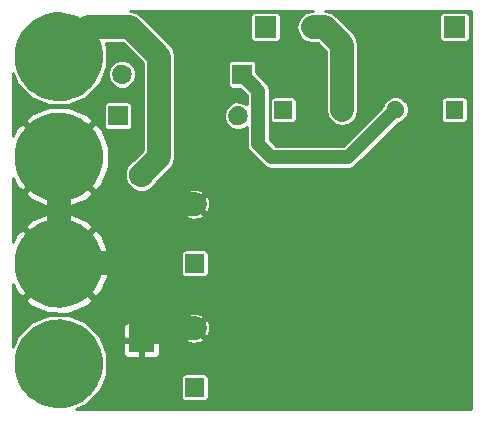
<source format=gbr>
%TF.GenerationSoftware,KiCad,Pcbnew,(5.99.0-8784-g9769da3804)*%
%TF.CreationDate,2021-02-02T16:43:26+01:00*%
%TF.ProjectId,SMPS Inline Filter with M3 holes - YGL92S-A,534d5053-2049-46e6-9c69-6e652046696c,rev?*%
%TF.SameCoordinates,Original*%
%TF.FileFunction,Copper,L2,Bot*%
%TF.FilePolarity,Positive*%
%FSLAX46Y46*%
G04 Gerber Fmt 4.6, Leading zero omitted, Abs format (unit mm)*
G04 Created by KiCad (PCBNEW (5.99.0-8784-g9769da3804)) date 2021-02-02 16:43:26*
%MOMM*%
%LPD*%
G01*
G04 APERTURE LIST*
%TA.AperFunction,NonConductor*%
%ADD10C,0.000000*%
%TD*%
%TA.AperFunction,ViaPad*%
%ADD11C,0.889010*%
%TD*%
%TA.AperFunction,ViaPad*%
%ADD12C,1.193810*%
%TD*%
%TA.AperFunction,ViaPad*%
%ADD13C,0.812810*%
%TD*%
%TA.AperFunction,ViaPad*%
%ADD14C,1.397010*%
%TD*%
%TA.AperFunction,ViaPad*%
%ADD15C,2.387610*%
%TD*%
%TA.AperFunction,ViaPad*%
%ADD16C,0.787410*%
%TD*%
%TA.AperFunction,Conductor*%
%ADD17C,0.250000*%
%TD*%
%TA.AperFunction,Conductor*%
%ADD18C,1.200000*%
%TD*%
%TA.AperFunction,Conductor*%
%ADD19C,2.000000*%
%TD*%
G04 APERTURE END LIST*
D10*
G36*
X134041835Y-104555400D02*
G01*
X134421665Y-104624080D01*
X134792415Y-104731440D01*
X135150165Y-104876350D01*
X135491125Y-105057260D01*
X135811685Y-105272260D01*
X136108445Y-105519070D01*
X136378265Y-105795080D01*
X136618275Y-106097360D01*
X136825955Y-106422720D01*
X136999075Y-106767700D01*
X137135835Y-107128640D01*
X137234755Y-107501730D01*
X137294805Y-107883020D01*
X137315335Y-108268460D01*
X137315345Y-108275000D01*
X137295485Y-108660470D01*
X137236095Y-109041860D01*
X137137825Y-109415120D01*
X137001705Y-109776310D01*
X136829175Y-110121590D01*
X136622075Y-110447300D01*
X136382585Y-110750010D01*
X136113245Y-111026490D01*
X135816925Y-111273820D01*
X135496735Y-111489380D01*
X135156095Y-111670880D01*
X134798595Y-111816410D01*
X134428035Y-111924420D01*
X134048325Y-111993770D01*
X133663505Y-112023710D01*
X133277645Y-112013950D01*
X132894835Y-111964570D01*
X132519125Y-111876100D01*
X132154505Y-111749480D01*
X131804825Y-111586050D01*
X131473805Y-111387550D01*
X131164935Y-111156060D01*
X130881495Y-110894060D01*
X130626495Y-110604300D01*
X130402625Y-110289870D01*
X130212265Y-109954100D01*
X130057425Y-109600530D01*
X129939755Y-109232920D01*
X129860495Y-108855160D01*
X129820485Y-108471260D01*
X129820145Y-108085280D01*
X129859485Y-107701300D01*
X129938095Y-107323410D01*
X130055125Y-106955590D01*
X130209345Y-106601760D01*
X130399115Y-106265650D01*
X130622435Y-105950830D01*
X130876935Y-105660630D01*
X131159905Y-105398130D01*
X131468375Y-105166110D01*
X131799055Y-104967020D01*
X132148445Y-104802990D01*
X132512845Y-104675730D01*
X132888395Y-104586610D01*
X133271125Y-104536560D01*
X133656965Y-104526120D01*
X134041835Y-104555400D01*
G37*
G36*
X145226205Y-102491340D02*
G01*
X145395825Y-102546450D01*
X145549025Y-102637780D01*
X145678185Y-102760770D01*
X145776875Y-102909320D01*
X145840215Y-103076050D01*
X145865035Y-103252660D01*
X145865345Y-103275000D01*
X145845465Y-103452240D01*
X145786815Y-103620670D01*
X145692295Y-103771920D01*
X145566625Y-103898470D01*
X145416045Y-103994040D01*
X145248025Y-104053860D01*
X145070935Y-104074980D01*
X144893555Y-104056340D01*
X144724725Y-103998860D01*
X144572815Y-103905410D01*
X144445385Y-103780620D01*
X144348775Y-103630710D01*
X144287775Y-103463110D01*
X144265425Y-103286170D01*
X144282825Y-103108670D01*
X144339125Y-102939440D01*
X144431515Y-102786880D01*
X144555405Y-102658590D01*
X144704645Y-102560930D01*
X144871805Y-102498760D01*
X145048595Y-102475180D01*
X145226205Y-102491340D01*
G37*
G36*
X140747675Y-99740950D02*
G01*
X140945055Y-99796060D01*
X141127965Y-99888460D01*
X141289445Y-100014620D01*
X141423345Y-100169750D01*
X141524565Y-100347930D01*
X141589255Y-100542370D01*
X141614935Y-100745680D01*
X141615345Y-100775000D01*
X141595345Y-100978950D01*
X141536115Y-101175120D01*
X141439915Y-101356060D01*
X141310395Y-101514870D01*
X141152495Y-101645490D01*
X140972235Y-101742960D01*
X140776475Y-101803550D01*
X140572675Y-101824970D01*
X140368595Y-101806400D01*
X140172005Y-101748540D01*
X139990405Y-101653600D01*
X139830695Y-101525200D01*
X139698975Y-101368220D01*
X139600255Y-101188640D01*
X139538295Y-100993310D01*
X139515445Y-100789660D01*
X139532595Y-100585450D01*
X139589075Y-100388470D01*
X139682755Y-100206210D01*
X139810035Y-100045610D01*
X139966095Y-99912790D01*
X140144975Y-99812820D01*
X140339875Y-99749490D01*
X140543355Y-99725230D01*
X140747675Y-99740950D01*
G37*
G36*
X167815345Y-96025000D02*
G01*
X166315345Y-96025000D01*
X166315345Y-94525000D01*
X167815345Y-94525000D01*
X167815345Y-96025000D01*
G37*
G36*
X134041835Y-95555400D02*
G01*
X134421665Y-95624080D01*
X134792415Y-95731440D01*
X135150165Y-95876350D01*
X135491125Y-96057260D01*
X135811685Y-96272260D01*
X136108445Y-96519070D01*
X136378265Y-96795080D01*
X136618275Y-97097360D01*
X136825955Y-97422720D01*
X136999075Y-97767700D01*
X137135835Y-98128640D01*
X137234755Y-98501730D01*
X137294805Y-98883020D01*
X137315335Y-99268460D01*
X137315345Y-99275000D01*
X137295485Y-99660470D01*
X137236095Y-100041860D01*
X137137825Y-100415120D01*
X137001705Y-100776310D01*
X136829175Y-101121590D01*
X136622075Y-101447300D01*
X136382585Y-101750010D01*
X136113245Y-102026490D01*
X135816925Y-102273820D01*
X135496735Y-102489380D01*
X135156095Y-102670880D01*
X134798595Y-102816410D01*
X134428035Y-102924420D01*
X134048325Y-102993770D01*
X133663505Y-103023710D01*
X133277645Y-103013950D01*
X132894835Y-102964570D01*
X132519125Y-102876100D01*
X132154505Y-102749480D01*
X131804825Y-102586050D01*
X131473805Y-102387550D01*
X131164935Y-102156060D01*
X130881495Y-101894060D01*
X130626495Y-101604300D01*
X130402625Y-101289870D01*
X130212265Y-100954100D01*
X130057425Y-100600530D01*
X129939755Y-100232920D01*
X129860495Y-99855160D01*
X129820485Y-99471260D01*
X129820145Y-99085280D01*
X129859485Y-98701300D01*
X129938095Y-98323410D01*
X130055125Y-97955590D01*
X130209345Y-97601760D01*
X130399115Y-97265650D01*
X130622435Y-96950830D01*
X130876935Y-96660630D01*
X131159905Y-96398130D01*
X131468375Y-96166110D01*
X131799055Y-95967020D01*
X132148445Y-95802990D01*
X132512845Y-95675730D01*
X132888395Y-95586610D01*
X133271125Y-95536560D01*
X133656965Y-95526120D01*
X134041835Y-95555400D01*
G37*
G36*
X145865345Y-109075000D02*
G01*
X144265345Y-109075000D01*
X144265345Y-107475000D01*
X145865345Y-107475000D01*
X145865345Y-109075000D01*
G37*
G36*
X134041835Y-87055400D02*
G01*
X134421665Y-87124080D01*
X134792415Y-87231440D01*
X135150165Y-87376350D01*
X135491125Y-87557260D01*
X135811685Y-87772260D01*
X136108445Y-88019070D01*
X136378265Y-88295080D01*
X136618275Y-88597360D01*
X136825955Y-88922720D01*
X136999075Y-89267700D01*
X137135835Y-89628640D01*
X137234755Y-90001730D01*
X137294805Y-90383020D01*
X137315335Y-90768460D01*
X137315345Y-90775000D01*
X137295485Y-91160470D01*
X137236095Y-91541860D01*
X137137825Y-91915120D01*
X137001705Y-92276310D01*
X136829175Y-92621590D01*
X136622075Y-92947300D01*
X136382585Y-93250010D01*
X136113245Y-93526490D01*
X135816925Y-93773820D01*
X135496735Y-93989380D01*
X135156095Y-94170880D01*
X134798595Y-94316410D01*
X134428035Y-94424420D01*
X134048325Y-94493770D01*
X133663505Y-94523710D01*
X133277645Y-94513950D01*
X132894835Y-94464570D01*
X132519125Y-94376100D01*
X132154505Y-94249480D01*
X131804825Y-94086050D01*
X131473805Y-93887550D01*
X131164935Y-93656060D01*
X130881495Y-93394060D01*
X130626495Y-93104300D01*
X130402625Y-92789870D01*
X130212265Y-92454100D01*
X130057425Y-92100530D01*
X129939755Y-91732920D01*
X129860495Y-91355160D01*
X129820485Y-90971260D01*
X129820145Y-90585280D01*
X129859485Y-90201300D01*
X129938095Y-89823410D01*
X130055125Y-89455590D01*
X130209345Y-89101760D01*
X130399115Y-88765650D01*
X130622435Y-88450830D01*
X130876935Y-88160630D01*
X131159905Y-87898130D01*
X131468375Y-87666110D01*
X131799055Y-87467020D01*
X132148445Y-87302990D01*
X132512845Y-87175730D01*
X132888395Y-87086610D01*
X133271125Y-87036560D01*
X133656965Y-87026120D01*
X134041835Y-87055400D01*
G37*
G36*
X145865345Y-119575000D02*
G01*
X144265345Y-119575000D01*
X144265345Y-117975000D01*
X145865345Y-117975000D01*
X145865345Y-119575000D01*
G37*
G36*
X137533545Y-117975000D02*
G01*
X143882995Y-117975000D01*
X143882995Y-119575000D01*
X143909145Y-119713970D01*
X143991275Y-119841600D01*
X144116595Y-119927220D01*
X144265345Y-119957350D01*
X145865345Y-119957350D01*
X146004315Y-119931200D01*
X146131945Y-119849070D01*
X146217565Y-119723750D01*
X146247695Y-119575000D01*
X146247695Y-117975000D01*
X146221545Y-117836030D01*
X146139415Y-117708400D01*
X146014095Y-117622780D01*
X145865345Y-117592650D01*
X144265345Y-117592650D01*
X144126375Y-117618800D01*
X143998745Y-117700930D01*
X143913125Y-117826250D01*
X143882995Y-117975000D01*
X137533545Y-117975000D01*
X137689625Y-117599110D01*
X137691065Y-115958090D01*
X137677665Y-115925650D01*
X137307785Y-115030500D01*
X139009345Y-115030500D01*
X139009345Y-115925650D01*
X139086375Y-116111630D01*
X139228715Y-116253970D01*
X139414695Y-116331000D01*
X140309845Y-116331000D01*
X140436345Y-116204500D01*
X140436345Y-114904000D01*
X140694345Y-114904000D01*
X140694345Y-116204500D01*
X140820845Y-116331000D01*
X141715995Y-116331000D01*
X141901975Y-116253970D01*
X142044315Y-116111630D01*
X142121345Y-115925650D01*
X142121345Y-115030500D01*
X141994845Y-114904000D01*
X140694345Y-114904000D01*
X140436345Y-114904000D01*
X139135845Y-114904000D01*
X139009345Y-115030500D01*
X137307785Y-115030500D01*
X137176785Y-114713450D01*
X144309335Y-114713450D01*
X144390705Y-114923030D01*
X144881395Y-115093820D01*
X145400085Y-115063830D01*
X145739985Y-114923030D01*
X145821355Y-114713450D01*
X145065345Y-113957430D01*
X144309335Y-114713450D01*
X137176785Y-114713450D01*
X137096645Y-114519500D01*
X137064385Y-114441430D01*
X136248735Y-113624350D01*
X139009345Y-113624350D01*
X139009345Y-114519500D01*
X139135845Y-114646000D01*
X140436345Y-114646000D01*
X140436345Y-113345500D01*
X140694345Y-113345500D01*
X140694345Y-114646000D01*
X141994845Y-114646000D01*
X142121345Y-114519500D01*
X142121345Y-113624350D01*
X142107555Y-113591050D01*
X143746525Y-113591050D01*
X143776515Y-114109740D01*
X143917315Y-114449640D01*
X144126905Y-114531010D01*
X144882915Y-113775000D01*
X145247775Y-113775000D01*
X146003795Y-114531010D01*
X146213375Y-114449640D01*
X146384165Y-113958960D01*
X146354175Y-113440260D01*
X146213375Y-113100360D01*
X146003795Y-113018990D01*
X145247775Y-113775000D01*
X144882915Y-113775000D01*
X144126905Y-113018990D01*
X143917315Y-113100360D01*
X143746525Y-113591050D01*
X142107555Y-113591050D01*
X142044315Y-113438370D01*
X141901975Y-113296030D01*
X141715995Y-113219000D01*
X140820845Y-113219000D01*
X140694345Y-113345500D01*
X140436345Y-113345500D01*
X140309845Y-113219000D01*
X139414695Y-113219000D01*
X139228715Y-113296030D01*
X139086375Y-113438370D01*
X139009345Y-113624350D01*
X136248735Y-113624350D01*
X135905025Y-113280030D01*
X134837005Y-112836560D01*
X144309335Y-112836560D01*
X145065345Y-113592570D01*
X145821355Y-112836560D01*
X145739985Y-112626970D01*
X145249305Y-112456180D01*
X144730605Y-112486170D01*
X144390705Y-112626970D01*
X144309335Y-112836560D01*
X134837005Y-112836560D01*
X134389455Y-112650720D01*
X132748435Y-112649290D01*
X131231775Y-113275960D01*
X130070375Y-114435320D01*
X129690345Y-115350550D01*
X129690345Y-111343780D01*
X130679005Y-111343780D01*
X131120215Y-111859910D01*
X132678225Y-112522730D01*
X134371285Y-112538880D01*
X135941655Y-111905890D01*
X136010475Y-111859910D01*
X136451685Y-111343780D01*
X133565345Y-108457430D01*
X130679005Y-111343780D01*
X129690345Y-111343780D01*
X129690345Y-110045710D01*
X129934455Y-110651310D01*
X129980445Y-110720130D01*
X130496565Y-111161340D01*
X133382915Y-108275000D01*
X133747775Y-108275000D01*
X136634125Y-111161340D01*
X137150255Y-110720130D01*
X137813075Y-109162130D01*
X137813905Y-109075000D01*
X137829165Y-107475000D01*
X143882995Y-107475000D01*
X143882995Y-109075000D01*
X143909145Y-109213970D01*
X143991275Y-109341600D01*
X144116595Y-109427220D01*
X144265345Y-109457350D01*
X145865345Y-109457350D01*
X146004315Y-109431200D01*
X146131945Y-109349070D01*
X146217565Y-109223750D01*
X146247695Y-109075000D01*
X146247695Y-107475000D01*
X146221545Y-107336030D01*
X146139415Y-107208400D01*
X146014095Y-107122780D01*
X145865345Y-107092650D01*
X144265345Y-107092650D01*
X144126375Y-107118800D01*
X143998745Y-107200930D01*
X143913125Y-107326250D01*
X143882995Y-107475000D01*
X137829165Y-107475000D01*
X137829225Y-107469060D01*
X137196235Y-105898690D01*
X137150255Y-105829870D01*
X136634125Y-105388660D01*
X133747775Y-108275000D01*
X133382915Y-108275000D01*
X130496565Y-105388660D01*
X129980445Y-105829870D01*
X129690345Y-106511750D01*
X129690345Y-105206220D01*
X130679005Y-105206220D01*
X133565345Y-108092570D01*
X136451685Y-105206220D01*
X136010475Y-104690100D01*
X134890085Y-104213450D01*
X144309335Y-104213450D01*
X144390705Y-104423030D01*
X144881395Y-104593820D01*
X145400085Y-104563830D01*
X145739985Y-104423030D01*
X145821355Y-104213450D01*
X145065345Y-103457430D01*
X144309335Y-104213450D01*
X134890085Y-104213450D01*
X134452475Y-104027270D01*
X132759405Y-104011120D01*
X131189035Y-104644110D01*
X131120215Y-104690100D01*
X130679005Y-105206220D01*
X129690345Y-105206220D01*
X129690345Y-102343780D01*
X130679005Y-102343780D01*
X131120215Y-102859910D01*
X132678225Y-103522730D01*
X134371285Y-103538880D01*
X135482315Y-103091050D01*
X143746525Y-103091050D01*
X143776515Y-103609740D01*
X143917315Y-103949640D01*
X144126905Y-104031010D01*
X144882915Y-103275000D01*
X145247775Y-103275000D01*
X146003795Y-104031010D01*
X146213375Y-103949640D01*
X146384165Y-103458960D01*
X146354175Y-102940260D01*
X146213375Y-102600360D01*
X146003795Y-102518990D01*
X145247775Y-103275000D01*
X144882915Y-103275000D01*
X144126905Y-102518990D01*
X143917315Y-102600360D01*
X143746525Y-103091050D01*
X135482315Y-103091050D01*
X135941655Y-102905890D01*
X136010475Y-102859910D01*
X136451685Y-102343780D01*
X136444465Y-102336560D01*
X144309335Y-102336560D01*
X145065345Y-103092570D01*
X145821355Y-102336560D01*
X145739985Y-102126970D01*
X145249305Y-101956180D01*
X144730605Y-101986170D01*
X144390705Y-102126970D01*
X144309335Y-102336560D01*
X136444465Y-102336560D01*
X133565345Y-99457430D01*
X130679005Y-102343780D01*
X129690345Y-102343780D01*
X129690345Y-101045710D01*
X129934455Y-101651310D01*
X129980445Y-101720130D01*
X130496565Y-102161340D01*
X133382915Y-99275000D01*
X133747775Y-99275000D01*
X136634125Y-102161340D01*
X137150255Y-101720130D01*
X137813075Y-100162130D01*
X137829225Y-98469060D01*
X137196235Y-96898690D01*
X137150255Y-96829870D01*
X136881935Y-96600500D01*
X136634125Y-96388660D01*
X133747775Y-99275000D01*
X133382915Y-99275000D01*
X130496565Y-96388660D01*
X129980445Y-96829870D01*
X129690345Y-97511750D01*
X129690345Y-96206220D01*
X130679005Y-96206220D01*
X133565345Y-99092570D01*
X136451685Y-96206220D01*
X136010475Y-95690100D01*
X134452475Y-95027270D01*
X132759405Y-95011120D01*
X131189035Y-95644110D01*
X131120215Y-95690100D01*
X130679005Y-96206220D01*
X129690345Y-96206220D01*
X129690345Y-94949500D01*
X137357495Y-94949500D01*
X137357495Y-96600500D01*
X137383645Y-96739470D01*
X137465775Y-96867100D01*
X137591095Y-96952720D01*
X137739845Y-96982850D01*
X139390845Y-96982850D01*
X139529815Y-96956700D01*
X139657445Y-96874570D01*
X139743065Y-96749250D01*
X139773195Y-96600500D01*
X139773195Y-94949500D01*
X139747045Y-94810530D01*
X139664915Y-94682900D01*
X139539595Y-94597280D01*
X139390845Y-94567150D01*
X137739845Y-94567150D01*
X137600875Y-94593300D01*
X137473245Y-94675430D01*
X137387625Y-94800750D01*
X137357495Y-94949500D01*
X129690345Y-94949500D01*
X129690345Y-92198690D01*
X130066305Y-93108570D01*
X131225665Y-94269970D01*
X132741235Y-94899280D01*
X134382255Y-94900720D01*
X135898915Y-94274040D01*
X137060315Y-93114680D01*
X137310255Y-92512750D01*
X137704635Y-92512750D01*
X137887015Y-92954140D01*
X138224425Y-93292140D01*
X138665505Y-93475290D01*
X139143095Y-93475710D01*
X139584485Y-93293330D01*
X139922485Y-92955920D01*
X140105635Y-92514840D01*
X140106055Y-92037250D01*
X139923675Y-91595860D01*
X139586265Y-91257860D01*
X139145185Y-91074710D01*
X138667595Y-91074290D01*
X138226205Y-91256670D01*
X137888205Y-91594080D01*
X137705055Y-92035160D01*
X137704635Y-92512750D01*
X137310255Y-92512750D01*
X137689625Y-91599110D01*
X137691065Y-89958090D01*
X137563765Y-89650000D01*
X138995805Y-89650000D01*
X140690345Y-91344540D01*
X140690345Y-98705460D01*
X139879105Y-99516700D01*
X139759205Y-99566240D01*
X139357995Y-99966750D01*
X139140595Y-100490310D01*
X139140095Y-101057210D01*
X139356585Y-101581140D01*
X139757095Y-101982350D01*
X140280655Y-102199750D01*
X140847555Y-102200250D01*
X141371485Y-101983760D01*
X141772695Y-101583250D01*
X141823155Y-101461740D01*
X143037615Y-100247270D01*
X143335675Y-99801190D01*
X143440345Y-99275000D01*
X143440345Y-96012750D01*
X147524635Y-96012750D01*
X147707015Y-96454140D01*
X148044425Y-96792140D01*
X148485505Y-96975290D01*
X148963095Y-96975710D01*
X149404485Y-96793330D01*
X149466145Y-96731780D01*
X149466145Y-98150800D01*
X149540365Y-98523920D01*
X149751715Y-98840230D01*
X150875915Y-99964430D01*
X151192225Y-100175780D01*
X151565345Y-100250000D01*
X158065345Y-100250000D01*
X158438465Y-100175780D01*
X158754775Y-99964430D01*
X162340745Y-96378460D01*
X162701775Y-96229290D01*
X162906415Y-96025000D01*
X163018515Y-95913090D01*
X163190145Y-95499760D01*
X163190545Y-95052210D01*
X163019635Y-94638570D01*
X162906255Y-94525000D01*
X165932995Y-94525000D01*
X165932995Y-96025000D01*
X165959145Y-96163970D01*
X166041275Y-96291600D01*
X166166595Y-96377220D01*
X166315345Y-96407350D01*
X167815345Y-96407350D01*
X167954315Y-96381200D01*
X168081945Y-96299070D01*
X168167565Y-96173750D01*
X168197695Y-96025000D01*
X168197695Y-94525000D01*
X168171545Y-94386030D01*
X168089415Y-94258400D01*
X167964095Y-94172780D01*
X167815345Y-94142650D01*
X166315345Y-94142650D01*
X166176375Y-94168800D01*
X166048745Y-94250930D01*
X165963125Y-94376250D01*
X165932995Y-94525000D01*
X162906255Y-94525000D01*
X162703435Y-94321830D01*
X162290105Y-94150200D01*
X161842555Y-94149810D01*
X161428915Y-94320720D01*
X161112175Y-94636910D01*
X160961345Y-95000140D01*
X157661485Y-98300000D01*
X151969205Y-98300000D01*
X151416145Y-97746940D01*
X151416145Y-94525000D01*
X151432995Y-94525000D01*
X151432995Y-96025000D01*
X151459145Y-96163970D01*
X151541275Y-96291600D01*
X151666595Y-96377220D01*
X151815345Y-96407350D01*
X153315345Y-96407350D01*
X153454315Y-96381200D01*
X153581945Y-96299070D01*
X153667565Y-96173750D01*
X153697695Y-96025000D01*
X153697695Y-94525000D01*
X153671545Y-94386030D01*
X153589415Y-94258400D01*
X153464095Y-94172780D01*
X153315345Y-94142650D01*
X151815345Y-94142650D01*
X151676375Y-94168800D01*
X151548745Y-94250930D01*
X151463125Y-94376250D01*
X151432995Y-94525000D01*
X151416145Y-94525000D01*
X151416145Y-93650800D01*
X151341925Y-93277680D01*
X151130575Y-92961370D01*
X150273195Y-92103990D01*
X150273195Y-91449500D01*
X150247045Y-91310530D01*
X150164915Y-91182900D01*
X150039595Y-91097280D01*
X149890845Y-91067150D01*
X148239845Y-91067150D01*
X148100875Y-91093300D01*
X147973245Y-91175430D01*
X147887625Y-91300750D01*
X147857495Y-91449500D01*
X147857495Y-93100500D01*
X147883645Y-93239470D01*
X147965775Y-93367100D01*
X148091095Y-93452720D01*
X148239845Y-93482850D01*
X148894335Y-93482850D01*
X149466145Y-94054660D01*
X149466145Y-94817850D01*
X149406265Y-94757860D01*
X148965185Y-94574710D01*
X148487595Y-94574290D01*
X148046205Y-94756670D01*
X147708205Y-95094080D01*
X147525055Y-95535160D01*
X147524635Y-96012750D01*
X143440345Y-96012750D01*
X143440345Y-90775000D01*
X143335675Y-90248810D01*
X143037615Y-89802730D01*
X140609885Y-87375000D01*
X149782995Y-87375000D01*
X149782995Y-89175000D01*
X149809145Y-89313970D01*
X149891275Y-89441600D01*
X150016595Y-89527220D01*
X150165345Y-89557350D01*
X151965345Y-89557350D01*
X152104315Y-89531200D01*
X152231945Y-89449070D01*
X152317565Y-89323750D01*
X152347695Y-89175000D01*
X152347695Y-87375000D01*
X152321545Y-87236030D01*
X152239415Y-87108400D01*
X152114095Y-87022780D01*
X151965345Y-86992650D01*
X150165345Y-86992650D01*
X150026375Y-87018800D01*
X149898745Y-87100930D01*
X149813125Y-87226250D01*
X149782995Y-87375000D01*
X140609885Y-87375000D01*
X140537615Y-87302730D01*
X140374115Y-87193480D01*
X140091535Y-87004670D01*
X139565345Y-86900000D01*
X155065345Y-86900000D01*
X154539155Y-87004670D01*
X154093075Y-87302730D01*
X153795015Y-87748810D01*
X153690345Y-88275000D01*
X153795015Y-88801190D01*
X154093075Y-89247270D01*
X154539155Y-89545330D01*
X155065345Y-89650000D01*
X155495805Y-89650000D01*
X156190345Y-90344540D01*
X156190345Y-95275000D01*
X156295015Y-95801190D01*
X156593075Y-96247270D01*
X157039155Y-96545330D01*
X157565345Y-96650000D01*
X158091535Y-96545330D01*
X158537615Y-96247270D01*
X158835675Y-95801190D01*
X158940345Y-95275000D01*
X158940345Y-89775000D01*
X158835675Y-89248810D01*
X158786355Y-89175000D01*
X158537615Y-88802730D01*
X157109885Y-87375000D01*
X165782995Y-87375000D01*
X165782995Y-89175000D01*
X165809145Y-89313970D01*
X165891275Y-89441600D01*
X166016595Y-89527220D01*
X166165345Y-89557350D01*
X167965345Y-89557350D01*
X168104315Y-89531200D01*
X168231945Y-89449070D01*
X168317565Y-89323750D01*
X168347695Y-89175000D01*
X168347695Y-87375000D01*
X168321545Y-87236030D01*
X168239415Y-87108400D01*
X168114095Y-87022780D01*
X167965345Y-86992650D01*
X166165345Y-86992650D01*
X166026375Y-87018800D01*
X165898745Y-87100930D01*
X165813125Y-87226250D01*
X165782995Y-87375000D01*
X157109885Y-87375000D01*
X157037615Y-87302730D01*
X156874115Y-87193480D01*
X156591535Y-87004670D01*
X156065345Y-86900000D01*
X168440345Y-86900000D01*
X168440345Y-120650000D01*
X134989035Y-120650000D01*
X135898915Y-120274040D01*
X136599185Y-119575000D01*
X137060315Y-119114680D01*
X137533545Y-117975000D01*
G37*
G36*
X162186545Y-94534860D02*
G01*
X162353565Y-94582590D01*
X162505125Y-94667470D01*
X162633095Y-94784930D01*
X162730605Y-94928690D01*
X162792425Y-95091020D01*
X162815255Y-95263220D01*
X162815345Y-95275000D01*
X162795225Y-95447540D01*
X162735965Y-95610820D01*
X162640715Y-95756090D01*
X162514615Y-95875550D01*
X162364405Y-95962800D01*
X162198155Y-96013150D01*
X162024785Y-96023900D01*
X161853585Y-95994490D01*
X161693755Y-95926470D01*
X161553845Y-95823520D01*
X161441375Y-95691130D01*
X161362385Y-95536430D01*
X161321095Y-95367700D01*
X161319735Y-95194000D01*
X161358365Y-95024640D01*
X161434925Y-94868720D01*
X161545295Y-94734590D01*
X161683565Y-94629440D01*
X161842315Y-94558930D01*
X162013025Y-94526830D01*
X162186545Y-94534860D01*
G37*
G36*
X139390845Y-96600500D02*
G01*
X137739845Y-96600500D01*
X137739845Y-94949500D01*
X139390845Y-94949500D01*
X139390845Y-96600500D01*
G37*
G36*
X151965345Y-89175000D02*
G01*
X150165345Y-89175000D01*
X150165345Y-87375000D01*
X151965345Y-87375000D01*
X151965345Y-89175000D01*
G37*
G36*
X148941785Y-94978380D02*
G01*
X149107795Y-95043440D01*
X149255965Y-95142630D01*
X149379385Y-95271330D01*
X149472275Y-95423520D01*
X149530335Y-95592110D01*
X149550825Y-95769240D01*
X149550845Y-95775000D01*
X149531585Y-95952260D01*
X149474715Y-96121260D01*
X149382885Y-96274100D01*
X149260365Y-96403650D01*
X149112895Y-96503870D01*
X148947335Y-96570090D01*
X148771425Y-96599210D01*
X148593365Y-96589880D01*
X148421455Y-96542530D01*
X148263735Y-96459370D01*
X148127545Y-96344280D01*
X148019245Y-96202630D01*
X147943885Y-96041030D01*
X147904985Y-95867020D01*
X147904365Y-95688710D01*
X147942045Y-95514430D01*
X148016275Y-95352310D01*
X148123585Y-95209910D01*
X148258965Y-95093870D01*
X148416105Y-95009610D01*
X148587675Y-94961060D01*
X148765675Y-94950490D01*
X148941785Y-94978380D01*
G37*
G36*
X153315345Y-96025000D02*
G01*
X151815345Y-96025000D01*
X151815345Y-94525000D01*
X153315345Y-94525000D01*
X153315345Y-96025000D01*
G37*
G36*
X139121785Y-91478380D02*
G01*
X139287795Y-91543440D01*
X139435965Y-91642630D01*
X139559385Y-91771330D01*
X139652275Y-91923520D01*
X139710335Y-92092110D01*
X139730825Y-92269240D01*
X139730845Y-92275000D01*
X139711585Y-92452260D01*
X139654715Y-92621260D01*
X139562885Y-92774100D01*
X139440365Y-92903650D01*
X139292895Y-93003870D01*
X139127335Y-93070090D01*
X138951425Y-93099210D01*
X138773365Y-93089880D01*
X138601455Y-93042530D01*
X138443735Y-92959370D01*
X138307545Y-92844280D01*
X138199245Y-92702630D01*
X138123885Y-92541030D01*
X138084985Y-92367020D01*
X138084365Y-92188710D01*
X138122045Y-92014430D01*
X138196275Y-91852310D01*
X138303585Y-91709910D01*
X138438965Y-91593870D01*
X138596105Y-91509610D01*
X138767675Y-91461060D01*
X138945675Y-91450490D01*
X139121785Y-91478380D01*
G37*
G36*
X157686545Y-94534860D02*
G01*
X157853565Y-94582590D01*
X158005125Y-94667470D01*
X158133095Y-94784930D01*
X158230605Y-94928690D01*
X158292425Y-95091020D01*
X158315255Y-95263220D01*
X158315345Y-95275000D01*
X158295225Y-95447540D01*
X158235965Y-95610820D01*
X158140715Y-95756090D01*
X158014615Y-95875550D01*
X157864405Y-95962800D01*
X157698155Y-96013150D01*
X157524785Y-96023900D01*
X157353585Y-95994490D01*
X157193755Y-95926470D01*
X157053845Y-95823520D01*
X156941375Y-95691130D01*
X156862385Y-95536430D01*
X156821095Y-95367700D01*
X156819735Y-95194000D01*
X156858365Y-95024640D01*
X156934925Y-94868720D01*
X157045295Y-94734590D01*
X157183565Y-94629440D01*
X157342315Y-94558930D01*
X157513025Y-94526830D01*
X157686545Y-94534860D01*
G37*
G36*
X145226205Y-112991340D02*
G01*
X145395825Y-113046450D01*
X145549025Y-113137780D01*
X145678185Y-113260770D01*
X145776875Y-113409320D01*
X145840215Y-113576050D01*
X145865035Y-113752660D01*
X145865345Y-113775000D01*
X145845465Y-113952240D01*
X145786815Y-114120670D01*
X145692295Y-114271920D01*
X145566625Y-114398470D01*
X145416045Y-114494040D01*
X145248025Y-114553860D01*
X145070935Y-114574980D01*
X144893555Y-114556340D01*
X144724725Y-114498860D01*
X144572815Y-114405410D01*
X144445385Y-114280620D01*
X144348775Y-114130710D01*
X144287775Y-113963110D01*
X144265425Y-113786170D01*
X144282825Y-113608670D01*
X144339125Y-113439440D01*
X144431515Y-113286880D01*
X144555405Y-113158590D01*
X144704645Y-113060930D01*
X144871805Y-112998760D01*
X145048595Y-112975180D01*
X145226205Y-112991340D01*
G37*
G36*
X155343465Y-87419050D02*
G01*
X155515345Y-87495580D01*
X155667565Y-87606170D01*
X155793465Y-87745990D01*
X155887535Y-87908940D01*
X155945675Y-88087880D01*
X155965345Y-88275000D01*
X155945675Y-88462120D01*
X155887535Y-88641060D01*
X155793465Y-88804010D01*
X155667565Y-88943830D01*
X155515345Y-89054420D01*
X155343465Y-89130950D01*
X155159425Y-89170070D01*
X154971265Y-89170070D01*
X154787225Y-89130950D01*
X154615345Y-89054420D01*
X154463125Y-88943830D01*
X154337225Y-88804010D01*
X154243155Y-88641060D01*
X154185015Y-88462120D01*
X154165345Y-88275000D01*
X154185015Y-88087880D01*
X154243155Y-87908940D01*
X154337225Y-87745990D01*
X154463125Y-87606170D01*
X154615345Y-87495580D01*
X154787225Y-87419050D01*
X154971265Y-87379930D01*
X155159425Y-87379930D01*
X155343465Y-87419050D01*
G37*
G36*
X139343465Y-87419050D02*
G01*
X139515345Y-87495580D01*
X139667565Y-87606170D01*
X139793465Y-87745990D01*
X139887535Y-87908940D01*
X139945675Y-88087880D01*
X139965345Y-88275000D01*
X139945675Y-88462120D01*
X139887535Y-88641060D01*
X139793465Y-88804010D01*
X139667565Y-88943830D01*
X139515345Y-89054420D01*
X139343465Y-89130950D01*
X139159425Y-89170070D01*
X138971265Y-89170070D01*
X138787225Y-89130950D01*
X138615345Y-89054420D01*
X138463125Y-88943830D01*
X138337225Y-88804010D01*
X138243155Y-88641060D01*
X138185015Y-88462120D01*
X138165345Y-88275000D01*
X138185015Y-88087880D01*
X138243155Y-87908940D01*
X138337225Y-87745990D01*
X138463125Y-87606170D01*
X138615345Y-87495580D01*
X138787225Y-87419050D01*
X138971265Y-87379930D01*
X139159425Y-87379930D01*
X139343465Y-87419050D01*
G37*
G36*
X134041835Y-113055400D02*
G01*
X134421665Y-113124080D01*
X134792415Y-113231440D01*
X135150165Y-113376350D01*
X135491125Y-113557260D01*
X135811685Y-113772260D01*
X136108445Y-114019070D01*
X136378265Y-114295080D01*
X136618275Y-114597360D01*
X136825955Y-114922720D01*
X136999075Y-115267700D01*
X137135835Y-115628640D01*
X137234755Y-116001730D01*
X137294805Y-116383020D01*
X137315335Y-116768460D01*
X137315345Y-116775000D01*
X137295485Y-117160470D01*
X137236095Y-117541860D01*
X137137825Y-117915120D01*
X137001705Y-118276310D01*
X136829175Y-118621590D01*
X136622075Y-118947300D01*
X136382585Y-119250010D01*
X136113245Y-119526490D01*
X135816925Y-119773820D01*
X135496735Y-119989380D01*
X135156095Y-120170880D01*
X134798595Y-120316410D01*
X134428035Y-120424420D01*
X134048325Y-120493770D01*
X133663505Y-120523710D01*
X133277645Y-120513950D01*
X132894835Y-120464570D01*
X132519125Y-120376100D01*
X132154505Y-120249480D01*
X131804825Y-120086050D01*
X131473805Y-119887550D01*
X131164935Y-119656060D01*
X130881495Y-119394060D01*
X130626495Y-119104300D01*
X130402625Y-118789870D01*
X130212265Y-118454100D01*
X130057425Y-118100530D01*
X129939755Y-117732920D01*
X129860495Y-117355160D01*
X129820485Y-116971260D01*
X129820145Y-116585280D01*
X129859485Y-116201300D01*
X129938095Y-115823410D01*
X130055125Y-115455590D01*
X130209345Y-115101760D01*
X130399115Y-114765650D01*
X130622435Y-114450830D01*
X130876935Y-114160630D01*
X131159905Y-113898130D01*
X131468375Y-113666110D01*
X131799055Y-113467020D01*
X132148445Y-113302990D01*
X132512845Y-113175730D01*
X132888395Y-113086610D01*
X133271125Y-113036560D01*
X133656965Y-113026120D01*
X134041835Y-113055400D01*
G37*
G36*
X141615345Y-115825000D02*
G01*
X139515345Y-115825000D01*
X139515345Y-113725000D01*
X141615345Y-113725000D01*
X141615345Y-115825000D01*
G37*
G36*
X167965345Y-89175000D02*
G01*
X166165345Y-89175000D01*
X166165345Y-87375000D01*
X167965345Y-87375000D01*
X167965345Y-89175000D01*
G37*
G36*
X149890845Y-93100500D02*
G01*
X148239845Y-93100500D01*
X148239845Y-91449500D01*
X149890845Y-91449500D01*
X149890845Y-93100500D01*
G37*
D11*
%TO.N,*%
X167066185Y-95274120D03*
D12*
X139065225Y-88273880D03*
X167066185Y-88273880D03*
D13*
X148724845Y-95774500D03*
D14*
X140566365Y-114776240D03*
D12*
X155064685Y-88273880D03*
D11*
X162064925Y-95274120D03*
D12*
X151064185Y-88273880D03*
D15*
X133566125Y-108273840D03*
D16*
X145064705Y-103275120D03*
D15*
X133566125Y-99274620D03*
D14*
X140566365Y-100775760D03*
D15*
X133566125Y-116775220D03*
D11*
X157566585Y-95274120D03*
D16*
X145064705Y-113775480D03*
D13*
X138905205Y-92274380D03*
D16*
X145064705Y-118774200D03*
D11*
X152565325Y-95274120D03*
D16*
X145064705Y-108273840D03*
D13*
X138564845Y-95774500D03*
X149065205Y-92274380D03*
D15*
X133566125Y-90775780D03*
%TD*%
D17*
%TO.N,*%
X165782995Y-87375000D02*
X165782995Y-89175000D01*
X140436345Y-113345500D02*
X140694345Y-113345500D01*
X133565345Y-99092570D02*
X136451685Y-96206220D01*
X145865345Y-119957350D02*
X146004315Y-119931200D01*
X150273195Y-91449500D02*
X150247045Y-91310530D01*
X141994845Y-114646000D02*
X142121345Y-114519500D01*
X139356585Y-101581140D02*
X139757095Y-101982350D01*
X130496565Y-102161340D02*
X133382915Y-99275000D01*
X145865345Y-107092650D02*
X144265345Y-107092650D01*
X133747775Y-108275000D02*
X133382915Y-108275000D01*
X147707015Y-96454140D02*
X148044425Y-96792140D01*
X129690345Y-111343780D02*
X130679005Y-111343780D01*
X156295015Y-95801190D02*
X156593075Y-96247270D01*
X132678225Y-103522730D02*
X134371285Y-103538880D01*
X129980445Y-110720130D02*
X130496565Y-111161340D01*
X147973245Y-91175430D02*
X147887625Y-91300750D01*
X146004315Y-119931200D02*
X146131945Y-119849070D01*
X143998745Y-117700930D02*
X143913125Y-117826250D01*
D18*
X150441145Y-98150800D02*
X151565345Y-99275000D01*
D17*
X155495805Y-89650000D02*
X156190345Y-90344540D01*
X134371285Y-112538880D02*
X135941655Y-111905890D01*
X140280655Y-102199750D02*
X140847555Y-102200250D01*
X136451685Y-111343780D02*
X133565345Y-108457430D01*
X139586265Y-91257860D02*
X139145185Y-91074710D01*
X145065345Y-103092570D02*
X145821355Y-102336560D01*
X137591095Y-96952720D02*
X137739845Y-96982850D01*
X137465775Y-96867100D02*
X137591095Y-96952720D01*
X168440345Y-120650000D02*
X134989035Y-120650000D01*
X147857495Y-91449500D02*
X147857495Y-93100500D01*
X140309845Y-113219000D02*
X139414695Y-113219000D01*
X142107555Y-113591050D02*
X143746525Y-113591050D01*
X144309335Y-102336560D02*
X145065345Y-103092570D01*
X133382915Y-108275000D02*
X130496565Y-105388660D01*
X137739845Y-96982850D02*
X139390845Y-96982850D01*
X140694345Y-116204500D02*
X140820845Y-116331000D01*
X137739845Y-94567150D02*
X137600875Y-94593300D01*
X145400085Y-115063830D02*
X145739985Y-114923030D01*
X153671545Y-94386030D02*
X153589415Y-94258400D01*
X133565345Y-99457430D02*
X130679005Y-102343780D01*
X145821355Y-112836560D02*
X145739985Y-112626970D01*
X168440345Y-86900000D02*
X168440345Y-120650000D01*
X140694345Y-113345500D02*
X140436345Y-113345500D01*
X146003795Y-113018990D02*
X145247775Y-113775000D01*
X145249305Y-101956180D02*
X144730605Y-101986170D01*
X137307785Y-115030500D02*
X139009345Y-115030500D01*
X158940345Y-89775000D02*
X158835675Y-89248810D01*
X137060315Y-119114680D02*
X137533545Y-117975000D01*
X150273195Y-92103990D02*
X150273195Y-91449500D01*
X145247775Y-103275000D02*
X144882915Y-103275000D01*
X162340745Y-96378460D02*
X162701775Y-96229290D01*
X129690345Y-111343780D02*
X129690345Y-110045710D01*
X139357995Y-99966750D02*
X139140595Y-100490310D01*
X146139415Y-117708400D02*
X146014095Y-117622780D01*
X137563765Y-89650000D02*
X138995805Y-89650000D01*
X137150255Y-110720130D02*
X137813075Y-109162130D01*
X145821355Y-114713450D02*
X145065345Y-113957430D01*
X151432995Y-96025000D02*
X151459145Y-96163970D01*
X135898915Y-94274040D02*
X137060315Y-93114680D01*
X156593075Y-96247270D02*
X157039155Y-96545330D01*
X139529815Y-96956700D02*
X139657445Y-96874570D01*
X146221545Y-117836030D02*
X146139415Y-117708400D01*
X137704635Y-92512750D02*
X137310255Y-92512750D01*
X143882995Y-107475000D02*
X143882995Y-109075000D01*
X149751715Y-98840230D02*
X150875915Y-99964430D01*
X146014095Y-117622780D02*
X145865345Y-117592650D01*
X139228715Y-113296030D02*
X139086375Y-113438370D01*
X129690345Y-110045710D02*
X129934455Y-110651310D01*
D19*
X140565345Y-113775000D02*
X140565345Y-114775000D01*
D17*
X165898745Y-87100930D02*
X165813125Y-87226250D01*
X139135845Y-114646000D02*
X140436345Y-114646000D01*
X137150255Y-105829870D02*
X136634125Y-105388660D01*
X145400085Y-104563830D02*
X145739985Y-104423030D01*
X139584485Y-93293330D02*
X139922485Y-92955920D01*
X140436345Y-114646000D02*
X140436345Y-113345500D01*
X139390845Y-94567150D02*
X137739845Y-94567150D01*
X148963095Y-96975710D02*
X149404485Y-96793330D01*
X137064385Y-114441430D02*
X136248735Y-113624350D01*
X153581945Y-96299070D02*
X153667565Y-96173750D01*
X147524635Y-96012750D02*
X143440345Y-96012750D01*
X139923675Y-91595860D02*
X139586265Y-91257860D01*
X149540365Y-98523920D02*
X149751715Y-98840230D01*
X168089415Y-94258400D02*
X167964095Y-94172780D01*
X143776515Y-103609740D02*
X143917315Y-103949640D01*
X168167565Y-96173750D02*
X168197695Y-96025000D01*
D19*
X143565345Y-103275000D02*
X138565345Y-108275000D01*
D17*
X148965185Y-94574710D02*
X148487595Y-94574290D01*
X140690345Y-98705460D02*
X139879105Y-99516700D01*
X167815345Y-94142650D02*
X166315345Y-94142650D01*
X145865345Y-117592650D02*
X144265345Y-117592650D01*
D19*
X142065345Y-99275000D02*
X142065345Y-90775000D01*
D17*
X168114095Y-87022780D02*
X167965345Y-86992650D01*
D19*
X157565345Y-89775000D02*
X156065345Y-88275000D01*
D17*
X146003795Y-114531010D02*
X146213375Y-114449640D01*
X139086375Y-113438370D02*
X139009345Y-113624350D01*
X132678225Y-112522730D02*
X134371285Y-112538880D01*
X153795015Y-88801190D02*
X154093075Y-89247270D01*
X131231775Y-113275960D02*
X130070375Y-114435320D01*
X167965345Y-86992650D02*
X166165345Y-86992650D01*
X136010475Y-111859910D02*
X136451685Y-111343780D01*
X149466145Y-96731780D02*
X149466145Y-98150800D01*
X148485505Y-96975290D02*
X148963095Y-96975710D01*
X144126905Y-114531010D02*
X144882915Y-113775000D01*
X152317565Y-89323750D02*
X152347695Y-89175000D01*
X138665505Y-93475290D02*
X139143095Y-93475710D01*
X132748435Y-112649290D02*
X131231775Y-113275960D01*
X145065345Y-113957430D02*
X144309335Y-114713450D01*
X137196235Y-96898690D02*
X137150255Y-96829870D01*
X144882915Y-103275000D02*
X144126905Y-102518990D01*
D18*
X151565345Y-99275000D02*
X158065345Y-99275000D01*
D17*
X156065345Y-86900000D02*
X168440345Y-86900000D01*
X130679005Y-105206220D02*
X133565345Y-108092570D01*
X143746525Y-113591050D02*
X142107555Y-113591050D01*
X144390705Y-104423030D02*
X144881395Y-104593820D01*
X139135845Y-114904000D02*
X139009345Y-115030500D01*
X143037615Y-100247270D02*
X143335675Y-99801190D01*
X136634125Y-102161340D02*
X137150255Y-101720130D01*
X130679005Y-96206220D02*
X129690345Y-96206220D01*
X145865345Y-109457350D02*
X146004315Y-109431200D01*
X135905025Y-113280030D02*
X134837005Y-112836560D01*
X146384165Y-103458960D02*
X146354175Y-102940260D01*
X146354175Y-113440260D02*
X146213375Y-113100360D01*
X157565345Y-96650000D02*
X158091535Y-96545330D01*
D19*
X156065345Y-88275000D02*
X155065345Y-88275000D01*
D17*
X139009345Y-115030500D02*
X137307785Y-115030500D01*
X129690345Y-102343780D02*
X130679005Y-102343780D01*
X131225665Y-94269970D02*
X132741235Y-94899280D01*
X130496565Y-105388660D02*
X129980445Y-105829870D01*
X161428915Y-94320720D02*
X161112175Y-94636910D01*
X143913125Y-107326250D02*
X143882995Y-107475000D01*
X139009345Y-113624350D02*
X139009345Y-114519500D01*
X151130575Y-92961370D02*
X150273195Y-92103990D01*
X146131945Y-109349070D02*
X146217565Y-109223750D01*
X129980445Y-105829870D02*
X129690345Y-106511750D01*
X137813075Y-100162130D02*
X137829225Y-98469060D01*
X137150255Y-96829870D02*
X136634125Y-96388660D01*
X165932995Y-96025000D02*
X165959145Y-96163970D01*
X150016595Y-89527220D02*
X150165345Y-89557350D01*
X129690345Y-94949500D02*
X129690345Y-92198690D01*
X145249305Y-112456180D02*
X144730605Y-112486170D01*
X153589415Y-94258400D02*
X153464095Y-94172780D01*
X145247775Y-103275000D02*
X146003795Y-104031010D01*
X140694345Y-113345500D02*
X140694345Y-114646000D01*
X139759205Y-99566240D02*
X139357995Y-99966750D01*
X151666595Y-96377220D02*
X151815345Y-96407350D01*
X140694345Y-114904000D02*
X140436345Y-114904000D01*
X166165345Y-86992650D02*
X166026375Y-87018800D01*
X165963125Y-94376250D02*
X165932995Y-94525000D01*
X153697695Y-96025000D02*
X153697695Y-94525000D01*
X137691065Y-89958090D02*
X137563765Y-89650000D01*
D18*
X158065345Y-99275000D02*
X162065345Y-95275000D01*
D17*
X137196235Y-105898690D02*
X137150255Y-105829870D01*
X151341925Y-93277680D02*
X151341925Y-93277680D01*
X137357495Y-94949500D02*
X129690345Y-94949500D01*
X137150255Y-101720130D02*
X137813075Y-100162130D01*
X141901975Y-113296030D02*
X141715995Y-113219000D01*
X129690345Y-96206220D02*
X130679005Y-96206220D01*
X145821355Y-104213450D02*
X145065345Y-103457430D01*
X130496565Y-96388660D02*
X129980445Y-96829870D01*
X136451685Y-96206220D02*
X136010475Y-95690100D01*
X138224425Y-93292140D02*
X138665505Y-93475290D01*
X162701775Y-96229290D02*
X163018515Y-95913090D01*
X166165345Y-89557350D02*
X167965345Y-89557350D01*
X137689625Y-91599110D02*
X137691065Y-89958090D01*
X158438465Y-100175780D02*
X158754775Y-99964430D01*
X147708205Y-95094080D02*
X147525055Y-95535160D01*
X151432995Y-94525000D02*
X151432995Y-96025000D01*
X133747775Y-99275000D02*
X136634125Y-102161340D01*
X158537615Y-96247270D02*
X158835675Y-95801190D01*
X137691065Y-115958090D02*
X137307785Y-115030500D01*
X149406265Y-94757860D02*
X148965185Y-94574710D01*
X151416145Y-97746940D02*
X151416145Y-94525000D01*
X144390705Y-114923030D02*
X144881395Y-115093820D01*
X137689625Y-117599110D02*
X137691065Y-115958090D01*
X131120215Y-111859910D02*
X132678225Y-112522730D01*
X154539155Y-87004670D02*
X154093075Y-87302730D01*
D18*
X150441145Y-93650800D02*
X150441145Y-94275000D01*
D17*
X166166595Y-96377220D02*
X166315345Y-96407350D01*
X136634125Y-96388660D02*
X133747775Y-99275000D01*
X143440345Y-90775000D02*
X143335675Y-90248810D01*
X137310255Y-92512750D02*
X137704635Y-92512750D01*
X144882915Y-113775000D02*
X145247775Y-113775000D01*
X143746525Y-103091050D02*
X143776515Y-103609740D01*
X146131945Y-119849070D02*
X146217565Y-119723750D01*
X168347695Y-89175000D02*
X168347695Y-87375000D01*
X129690345Y-94949500D02*
X137357495Y-94949500D01*
X142107555Y-113591050D02*
X142044315Y-113438370D01*
X143440345Y-96012750D02*
X147524635Y-96012750D01*
X144126375Y-107118800D02*
X143998745Y-107200930D01*
X146247695Y-109075000D02*
X146247695Y-107475000D01*
X144126375Y-117618800D02*
X143998745Y-117700930D01*
X140820845Y-113219000D02*
X140694345Y-113345500D01*
X143913125Y-117826250D02*
X143882995Y-117975000D01*
X143335675Y-99801190D02*
X143440345Y-99275000D01*
X130496565Y-111161340D02*
X133382915Y-108275000D01*
X158754775Y-99964430D02*
X162340745Y-96378460D01*
X143917315Y-113100360D02*
X143746525Y-113591050D01*
X141715995Y-116331000D02*
X141901975Y-116253970D01*
X144309335Y-112836560D02*
X134837005Y-112836560D01*
X146384165Y-113958960D02*
X146354175Y-113440260D01*
X134837005Y-112836560D02*
X134389455Y-112650720D01*
X151341925Y-93277680D02*
X151130575Y-92961370D01*
X135941655Y-102905890D02*
X136010475Y-102859910D01*
X152114095Y-87022780D02*
X151965345Y-86992650D01*
X130070375Y-114435320D02*
X129690345Y-115350550D01*
X141715995Y-113219000D02*
X140820845Y-113219000D01*
X139747045Y-94810530D02*
X139664915Y-94682900D01*
X129690345Y-102343780D02*
X129690345Y-101045710D01*
X167964095Y-94172780D02*
X167815345Y-94142650D01*
X139143095Y-93475710D02*
X139584485Y-93293330D01*
X149782995Y-87375000D02*
X140609885Y-87375000D01*
X147883645Y-93239470D02*
X147965775Y-93367100D01*
X137829165Y-107475000D02*
X137829225Y-107469060D01*
X168081945Y-96299070D02*
X168167565Y-96173750D01*
X167965345Y-89557350D02*
X168104315Y-89531200D01*
X136634125Y-111161340D02*
X137150255Y-110720130D01*
X140847555Y-102200250D02*
X141371485Y-101983760D01*
X139922485Y-92955920D02*
X140105635Y-92514840D01*
X145739985Y-104423030D02*
X145821355Y-104213450D01*
X129690345Y-115350550D02*
X129690345Y-111343780D01*
X149813125Y-87226250D02*
X149782995Y-87375000D01*
X160961345Y-95000140D02*
X157661485Y-98300000D01*
X150165345Y-89557350D02*
X151965345Y-89557350D01*
X165782995Y-89175000D02*
X165809145Y-89313970D01*
X163019635Y-94638570D02*
X162906255Y-94525000D01*
X157037615Y-87302730D02*
X156874115Y-87193480D01*
X146014095Y-107122780D02*
X145865345Y-107092650D01*
X140609885Y-87375000D02*
X149782995Y-87375000D01*
X140106055Y-92037250D02*
X139923675Y-91595860D01*
X129980445Y-96829870D02*
X129690345Y-97511750D01*
X143776515Y-114109740D02*
X143917315Y-114449640D01*
X143909145Y-119713970D02*
X143991275Y-119841600D01*
X144116595Y-119927220D02*
X144265345Y-119957350D01*
X137357495Y-96600500D02*
X137383645Y-96739470D01*
X139657445Y-96874570D02*
X139743065Y-96749250D01*
X149809145Y-89313970D02*
X149891275Y-89441600D01*
X140436345Y-114904000D02*
X139135845Y-114904000D01*
X129690345Y-97511750D02*
X129690345Y-96206220D01*
X143909145Y-109213970D02*
X143991275Y-109341600D01*
X148044425Y-96792140D02*
X148485505Y-96975290D01*
X145739985Y-102126970D02*
X145249305Y-101956180D01*
X151416145Y-94525000D02*
X151416145Y-93650800D01*
X147525055Y-95535160D02*
X147524635Y-96012750D01*
X143882995Y-109075000D02*
X143909145Y-109213970D01*
X153690345Y-88275000D02*
X153795015Y-88801190D01*
D19*
X136065345Y-88275000D02*
X133565345Y-90775000D01*
D17*
X151192225Y-100175780D02*
X151565345Y-100250000D01*
X140694345Y-114646000D02*
X141994845Y-114646000D01*
X163190145Y-95499760D02*
X163190545Y-95052210D01*
X135941655Y-111905890D02*
X136010475Y-111859910D01*
X158835675Y-95801190D02*
X158940345Y-95275000D01*
X134382255Y-94900720D02*
X135898915Y-94274040D01*
X139879105Y-99516700D02*
X139759205Y-99566240D01*
X136010475Y-95690100D02*
X134452475Y-95027270D01*
X143917315Y-114449640D02*
X144126905Y-114531010D01*
X149466145Y-94817850D02*
X149406265Y-94757860D01*
X137357495Y-94949500D02*
X137357495Y-96600500D01*
X137600875Y-94593300D02*
X137473245Y-94675430D01*
X166315345Y-96407350D02*
X167815345Y-96407350D01*
X168321545Y-87236030D02*
X168239415Y-87108400D01*
X143882995Y-117975000D02*
X143882995Y-119575000D01*
X145739985Y-114923030D02*
X145821355Y-114713450D01*
X146354175Y-102940260D02*
X146213375Y-102600360D01*
X146247695Y-117975000D02*
X146221545Y-117836030D01*
D19*
X157565345Y-95275000D02*
X157565345Y-89775000D01*
D17*
X155065345Y-89650000D02*
X155495805Y-89650000D01*
X162906255Y-94525000D02*
X165932995Y-94525000D01*
X168171545Y-94386030D02*
X168089415Y-94258400D01*
X168239415Y-87108400D02*
X168114095Y-87022780D01*
X146003795Y-102518990D02*
X145247775Y-103275000D01*
X139009345Y-114519500D02*
X139135845Y-114646000D01*
X142121345Y-115030500D02*
X141994845Y-114904000D01*
X135898915Y-120274040D02*
X137060315Y-119114680D01*
X148091095Y-93452720D02*
X148239845Y-93482850D01*
X129690345Y-92198690D02*
X130066305Y-93108570D01*
X145247775Y-113775000D02*
X146003795Y-114531010D01*
X165813125Y-87226250D02*
X165782995Y-87375000D01*
X165809145Y-89313970D02*
X165891275Y-89441600D01*
X130679005Y-102343780D02*
X129690345Y-102343780D01*
X149891275Y-89441600D02*
X150016595Y-89527220D01*
X146247695Y-107475000D02*
X146221545Y-107336030D01*
X136444465Y-102336560D02*
X144309335Y-102336560D01*
D18*
X149065345Y-92275000D02*
X150441145Y-93650800D01*
D17*
X133565345Y-108457430D02*
X130679005Y-111343780D01*
X143746525Y-113591050D02*
X143776515Y-114109740D01*
X129934455Y-110651310D02*
X129980445Y-110720130D01*
X156874115Y-87193480D02*
X156591535Y-87004670D01*
X141823155Y-101461740D02*
X143037615Y-100247270D01*
X138995805Y-89650000D02*
X140690345Y-91344540D01*
X144881395Y-115093820D02*
X145400085Y-115063830D01*
X133747775Y-99275000D02*
X133382915Y-99275000D01*
X165959145Y-96163970D02*
X166041275Y-96291600D01*
X157661485Y-98300000D02*
X151969205Y-98300000D01*
X139140095Y-101057210D02*
X139356585Y-101581140D01*
X156591535Y-87004670D02*
X156065345Y-86900000D01*
X145065345Y-103457430D02*
X144309335Y-104213450D01*
X136010475Y-102859910D02*
X136451685Y-102343780D01*
X134452475Y-104027270D02*
X132759405Y-104011120D01*
X146217565Y-119723750D02*
X146247695Y-119575000D01*
X151965345Y-89557350D02*
X152104315Y-89531200D01*
X144309335Y-112836560D02*
X145065345Y-113592570D01*
X146213375Y-102600360D02*
X146003795Y-102518990D01*
X163018515Y-95913090D02*
X163190145Y-95499760D01*
X146247695Y-119575000D02*
X146247695Y-117975000D01*
X161112175Y-94636910D02*
X160961345Y-95000140D01*
X137310255Y-92512750D02*
X137689625Y-91599110D01*
X137704635Y-92512750D02*
X137887015Y-92954140D01*
X143037615Y-89802730D02*
X140609885Y-87375000D01*
X139757095Y-101982350D02*
X140280655Y-102199750D01*
X166176375Y-94168800D02*
X166048745Y-94250930D01*
X139773195Y-96600500D02*
X139773195Y-94949500D01*
X168347695Y-87375000D02*
X168321545Y-87236030D01*
X137705055Y-92035160D02*
X137704635Y-92512750D01*
X137533545Y-117975000D02*
X137689625Y-117599110D01*
X146213375Y-113100360D02*
X146003795Y-113018990D01*
X157109885Y-87375000D02*
X165782995Y-87375000D01*
X143440345Y-96012750D02*
X143440345Y-90775000D01*
X144309335Y-102336560D02*
X136444465Y-102336560D01*
X154093075Y-89247270D02*
X154539155Y-89545330D01*
X139414695Y-113219000D02*
X139228715Y-113296030D01*
X153464095Y-94172780D02*
X153315345Y-94142650D01*
X143991275Y-109341600D02*
X144116595Y-109427220D01*
X158940345Y-95275000D02*
X158940345Y-89775000D01*
X144265345Y-109457350D02*
X145865345Y-109457350D01*
X141901975Y-116253970D02*
X142044315Y-116111630D01*
D18*
X150441145Y-94275000D02*
X150441145Y-98150800D01*
D17*
X133382915Y-99275000D02*
X130496565Y-96388660D01*
X139009345Y-115030500D02*
X139009345Y-115925650D01*
X143440345Y-99275000D02*
X143440345Y-96012750D01*
X131120215Y-104690100D02*
X130679005Y-105206220D01*
X158537615Y-88802730D02*
X157109885Y-87375000D01*
X140105635Y-92514840D02*
X140106055Y-92037250D01*
X162290105Y-94150200D02*
X161842555Y-94149810D01*
X142121345Y-115925650D02*
X142121345Y-115030500D01*
X140436345Y-114904000D02*
X140694345Y-114904000D01*
X142044315Y-113438370D02*
X141901975Y-113296030D01*
X152321545Y-87236030D02*
X152239415Y-87108400D01*
X139009345Y-113624350D02*
X136248735Y-113624350D01*
X137813075Y-109162130D02*
X137829165Y-107475000D01*
X137829165Y-107475000D02*
X143882995Y-107475000D01*
X139145185Y-91074710D02*
X138667595Y-91074290D01*
X149782995Y-87375000D02*
X149782995Y-89175000D01*
X134890085Y-104213450D02*
X134452475Y-104027270D01*
D19*
X138565345Y-108275000D02*
X133565345Y-108275000D01*
D17*
X139390845Y-96982850D02*
X139529815Y-96956700D01*
X130066305Y-93108570D02*
X131225665Y-94269970D01*
X137176785Y-114713450D02*
X144309335Y-114713450D01*
X150875915Y-99964430D02*
X151192225Y-100175780D01*
X151459145Y-96163970D02*
X151541275Y-96291600D01*
X130679005Y-111343780D02*
X131120215Y-111859910D01*
X143882995Y-107475000D02*
X137829165Y-107475000D01*
X153315345Y-94142650D02*
X151815345Y-94142650D01*
X133382915Y-108275000D02*
X133747775Y-108275000D01*
X151463125Y-94376250D02*
X151432995Y-94525000D01*
X140436345Y-113345500D02*
X140309845Y-113219000D01*
D19*
X140565345Y-114775000D02*
X140565345Y-110275000D01*
X139565345Y-88275000D02*
X139065345Y-88275000D01*
D17*
X144309335Y-114713450D02*
X137176785Y-114713450D01*
X163190545Y-95052210D02*
X163019635Y-94638570D01*
X143746525Y-103091050D02*
X135482315Y-103091050D01*
X136634125Y-105388660D02*
X133747775Y-108275000D01*
X139773195Y-94949500D02*
X139747045Y-94810530D01*
X130679005Y-105206220D02*
X129690345Y-105206220D01*
X150039595Y-91097280D02*
X149890845Y-91067150D01*
X152104315Y-89531200D02*
X152231945Y-89449070D01*
X140694345Y-114904000D02*
X140694345Y-116204500D01*
X139228715Y-116253970D02*
X139414695Y-116331000D01*
X143917315Y-103949640D02*
X144126905Y-104031010D01*
X136444465Y-102336560D02*
X133565345Y-99457430D01*
X151815345Y-94142650D02*
X151676375Y-94168800D01*
X142044315Y-116111630D02*
X142121345Y-115925650D01*
X131120215Y-95690100D02*
X130679005Y-96206220D01*
X149782995Y-89175000D02*
X149809145Y-89313970D01*
X137829225Y-107469060D02*
X137196235Y-105898690D01*
X139086375Y-116111630D02*
X139228715Y-116253970D01*
X144126905Y-102518990D02*
X143917315Y-102600360D01*
X144881395Y-104593820D02*
X145400085Y-104563830D01*
X146139415Y-107208400D02*
X146014095Y-107122780D01*
X140436345Y-116204500D02*
X140436345Y-114904000D01*
X137887015Y-92954140D02*
X138224425Y-93292140D01*
X168197695Y-96025000D02*
X168197695Y-94525000D01*
X136248735Y-113624350D02*
X135905025Y-113280030D01*
X129690345Y-106511750D02*
X129690345Y-105206220D01*
X133565345Y-108092570D02*
X136451685Y-105206220D01*
X143998745Y-107200930D02*
X143913125Y-107326250D01*
X151541275Y-96291600D02*
X151666595Y-96377220D01*
X147857495Y-93100500D02*
X147883645Y-93239470D01*
X150026375Y-87018800D02*
X149898745Y-87100930D01*
X147524635Y-96012750D02*
X147707015Y-96454140D01*
X137533545Y-117975000D02*
X143882995Y-117975000D01*
X130679005Y-111343780D02*
X129690345Y-111343780D01*
X140374115Y-87193480D02*
X140091535Y-87004670D01*
X151432995Y-94525000D02*
X151416145Y-94525000D01*
X137176785Y-114713450D02*
X137064385Y-114441430D01*
X154539155Y-89545330D02*
X155065345Y-89650000D01*
X131120215Y-102859910D02*
X132678225Y-103522730D01*
X144116595Y-109427220D02*
X144265345Y-109457350D01*
X144730605Y-112486170D02*
X144390705Y-112626970D01*
X156190345Y-90344540D02*
X156190345Y-95275000D01*
X132741235Y-94899280D02*
X134382255Y-94900720D01*
X130679005Y-96206220D02*
X133565345Y-99092570D01*
X149466145Y-98150800D02*
X149540365Y-98523920D01*
X139565345Y-86900000D02*
X155065345Y-86900000D01*
X141772695Y-101583250D02*
X141823155Y-101461740D01*
X158065345Y-100250000D02*
X158438465Y-100175780D01*
X149898745Y-87100930D02*
X149813125Y-87226250D01*
X139743065Y-96749250D02*
X139773195Y-96600500D01*
X140609885Y-87375000D02*
X140537615Y-87302730D01*
X144730605Y-101986170D02*
X144390705Y-102126970D01*
X146221545Y-107336030D02*
X146139415Y-107208400D01*
X148239845Y-91067150D02*
X148100875Y-91093300D01*
X142121345Y-114519500D02*
X142121345Y-113624350D01*
X144265345Y-117592650D02*
X144126375Y-117618800D01*
X144882915Y-103275000D02*
X145247775Y-103275000D01*
X137888205Y-91594080D02*
X137705055Y-92035160D01*
X168231945Y-89449070D02*
X168317565Y-89323750D01*
X152347695Y-87375000D02*
X152321545Y-87236030D01*
D19*
X139065345Y-88275000D02*
X136065345Y-88275000D01*
D17*
X152347695Y-89175000D02*
X152347695Y-87375000D01*
X129980445Y-101720130D02*
X130496565Y-102161340D01*
X151676375Y-94168800D02*
X151548745Y-94250930D01*
X148239845Y-93482850D02*
X148894335Y-93482850D01*
X136248735Y-113624350D02*
X139009345Y-113624350D01*
X144882915Y-113775000D02*
X144126905Y-113018990D01*
X131189035Y-95644110D02*
X131120215Y-95690100D01*
X151969205Y-98300000D02*
X151416145Y-97746940D01*
X146004315Y-109431200D02*
X146131945Y-109349070D01*
D19*
X140565345Y-110275000D02*
X138565345Y-108275000D01*
D17*
X144390705Y-102126970D02*
X144309335Y-102336560D01*
X135482315Y-103091050D02*
X135941655Y-102905890D01*
X139140595Y-100490310D02*
X139140095Y-101057210D01*
X143335675Y-90248810D02*
X143037615Y-89802730D01*
X129690345Y-96206220D02*
X129690345Y-94949500D01*
X141994845Y-114904000D02*
X140694345Y-114904000D01*
X146213375Y-103949640D02*
X146384165Y-103458960D01*
X168104315Y-89531200D02*
X168231945Y-89449070D01*
X149404485Y-96793330D02*
X149466145Y-96731780D01*
X150165345Y-86992650D02*
X150026375Y-87018800D01*
X158835675Y-89248810D02*
X158537615Y-88802730D01*
X137383645Y-96739470D02*
X137465775Y-96867100D01*
X134989035Y-120650000D02*
X135898915Y-120274040D01*
X150247045Y-91310530D02*
X150164915Y-91182900D01*
X134389455Y-112650720D02*
X132748435Y-112649290D01*
X161842555Y-94149810D02*
X161428915Y-94320720D01*
X132759405Y-95011120D02*
X131189035Y-95644110D01*
X166315345Y-94142650D02*
X166176375Y-94168800D01*
X140690345Y-91344540D02*
X140690345Y-98705460D01*
X137307785Y-115030500D02*
X137176785Y-114713450D01*
X162703435Y-94321830D02*
X162290105Y-94150200D01*
X146003795Y-104031010D02*
X146213375Y-103949640D01*
X134837005Y-112836560D02*
X144309335Y-112836560D01*
X157109885Y-87375000D02*
X157037615Y-87302730D01*
X132759405Y-104011120D02*
X131189035Y-104644110D01*
X141371485Y-101983760D02*
X141772695Y-101583250D01*
X137829225Y-98469060D02*
X137196235Y-96898690D01*
X134371285Y-103538880D02*
X135482315Y-103091050D01*
X139539595Y-94597280D02*
X139390845Y-94567150D01*
X156190345Y-95275000D02*
X156295015Y-95801190D01*
X144390705Y-112626970D02*
X144309335Y-112836560D01*
X144265345Y-119957350D02*
X145865345Y-119957350D01*
X154093075Y-87302730D02*
X153795015Y-87748810D01*
X151815345Y-96407350D02*
X153315345Y-96407350D01*
X148100875Y-91093300D02*
X147973245Y-91175430D01*
X145739985Y-112626970D02*
X145249305Y-112456180D01*
X140309845Y-116331000D02*
X140436345Y-116204500D01*
X166016595Y-89527220D02*
X166165345Y-89557350D01*
X153454315Y-96381200D02*
X153581945Y-96299070D01*
X140537615Y-87302730D02*
X140374115Y-87193480D01*
X152231945Y-89449070D02*
X152317565Y-89323750D01*
X143882995Y-119575000D02*
X143909145Y-119713970D01*
X145821355Y-102336560D02*
X145739985Y-102126970D01*
X129690345Y-105206220D02*
X129690345Y-102343780D01*
D19*
X140565345Y-100775000D02*
X142065345Y-99275000D01*
D17*
X166026375Y-87018800D02*
X165898745Y-87100930D01*
X143917315Y-102600360D02*
X143746525Y-103091050D01*
X144309335Y-114713450D02*
X144390705Y-114923030D01*
X151416145Y-93650800D02*
X151341925Y-93277680D01*
X139664915Y-94682900D02*
X139539595Y-94597280D01*
X158091535Y-96545330D02*
X158537615Y-96247270D01*
X166048745Y-94250930D02*
X165963125Y-94376250D01*
X155065345Y-86900000D02*
X154539155Y-87004670D01*
X144265345Y-107092650D02*
X144126375Y-107118800D01*
X153315345Y-96407350D02*
X153454315Y-96381200D01*
X139009345Y-115925650D02*
X139086375Y-116111630D01*
X140820845Y-116331000D02*
X141715995Y-116331000D01*
X144309335Y-104213450D02*
X134890085Y-104213450D01*
X145065345Y-113592570D02*
X145821355Y-112836560D01*
X153667565Y-96173750D02*
X153697695Y-96025000D01*
X148046205Y-94756670D02*
X147708205Y-95094080D01*
X137060315Y-93114680D02*
X137310255Y-92512750D01*
X165782995Y-87375000D02*
X157109885Y-87375000D01*
X167815345Y-96407350D02*
X167954315Y-96381200D01*
X142121345Y-113624350D02*
X142107555Y-113591050D01*
X148487595Y-94574290D02*
X148046205Y-94756670D01*
X165891275Y-89441600D02*
X166016595Y-89527220D01*
X133747775Y-108275000D02*
X136634125Y-111161340D01*
X135482315Y-103091050D02*
X143746525Y-103091050D01*
X140091535Y-87004670D02*
X139565345Y-86900000D01*
D19*
X145065345Y-113775000D02*
X140565345Y-113775000D01*
X145065345Y-103275000D02*
X143565345Y-103275000D01*
D17*
X153697695Y-94525000D02*
X153671545Y-94386030D01*
X136010475Y-104690100D02*
X134890085Y-104213450D01*
X149466145Y-94054660D02*
X149466145Y-94817850D01*
X149890845Y-91067150D02*
X148239845Y-91067150D01*
X129690345Y-105206220D02*
X130679005Y-105206220D01*
X136451685Y-105206220D02*
X136010475Y-104690100D01*
X129934455Y-101651310D02*
X129980445Y-101720130D01*
X134890085Y-104213450D02*
X144309335Y-104213450D01*
X147887625Y-91300750D02*
X147857495Y-91449500D01*
X144126905Y-104031010D02*
X144882915Y-103275000D01*
X134452475Y-95027270D02*
X132759405Y-95011120D01*
X157039155Y-96545330D02*
X157565345Y-96650000D01*
X168197695Y-94525000D02*
X168171545Y-94386030D01*
X130679005Y-102343780D02*
X131120215Y-102859910D01*
X138226205Y-91256670D02*
X137888205Y-91594080D01*
X136451685Y-102343780D02*
X136444465Y-102336560D01*
X151965345Y-86992650D02*
X150165345Y-86992650D01*
X151416145Y-94525000D02*
X151432995Y-94525000D01*
X150164915Y-91182900D02*
X150039595Y-91097280D01*
X168317565Y-89323750D02*
X168347695Y-89175000D01*
X162906255Y-94525000D02*
X162703435Y-94321830D01*
X147965775Y-93367100D02*
X148091095Y-93452720D01*
X145247775Y-113775000D02*
X144882915Y-113775000D01*
X129690345Y-101045710D02*
X129934455Y-101651310D01*
X138667595Y-91074290D02*
X138226205Y-91256670D01*
X146213375Y-114449640D02*
X146384165Y-113958960D01*
X153795015Y-87748810D02*
X153690345Y-88275000D01*
X152239415Y-87108400D02*
X152114095Y-87022780D01*
X167954315Y-96381200D02*
X168081945Y-96299070D01*
X133382915Y-99275000D02*
X133747775Y-99275000D01*
X137473245Y-94675430D02*
X137387625Y-94800750D01*
D19*
X133565345Y-108275000D02*
X133565345Y-99275000D01*
D17*
X148894335Y-93482850D02*
X149466145Y-94054660D01*
X143882995Y-117975000D02*
X137533545Y-117975000D01*
X151548745Y-94250930D02*
X151463125Y-94376250D01*
X151565345Y-100250000D02*
X158065345Y-100250000D01*
X139414695Y-116331000D02*
X140309845Y-116331000D01*
X165932995Y-94525000D02*
X165932995Y-96025000D01*
X131189035Y-104644110D02*
X131120215Y-104690100D01*
X144309335Y-104213450D02*
X144390705Y-104423030D01*
D19*
X142065345Y-90775000D02*
X139565345Y-88275000D01*
D17*
X143991275Y-119841600D02*
X144116595Y-119927220D01*
X144126905Y-113018990D02*
X143917315Y-113100360D01*
X146217565Y-109223750D02*
X146247695Y-109075000D01*
X137387625Y-94800750D02*
X137357495Y-94949500D01*
X166041275Y-96291600D02*
X166166595Y-96377220D01*
X165932995Y-94525000D02*
X162906255Y-94525000D01*
%TD*%
M02*

</source>
